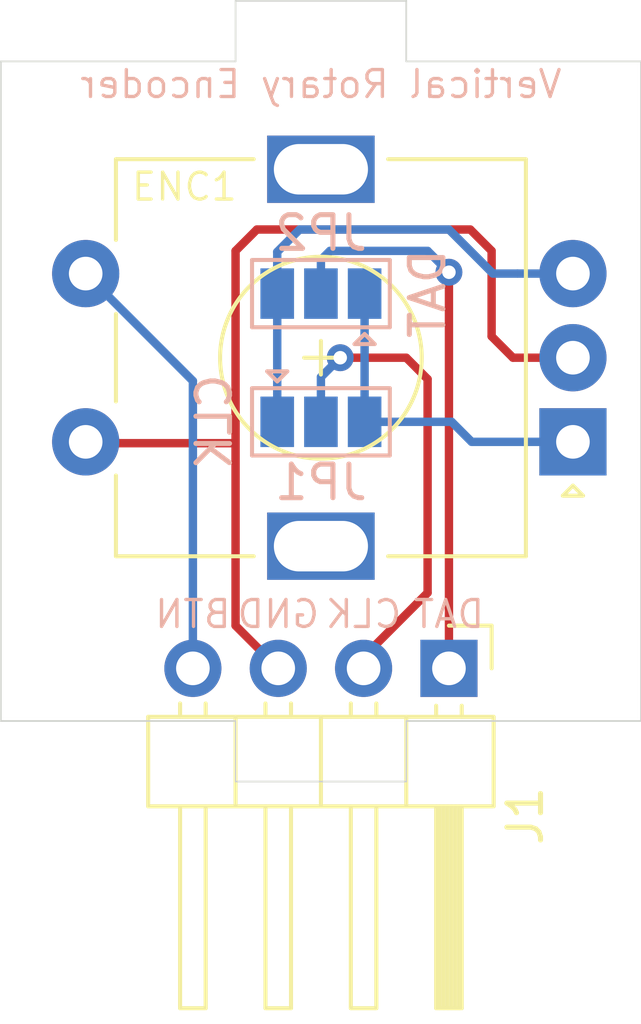
<source format=kicad_pcb>
(kicad_pcb (version 20171130) (host pcbnew "(5.1.8)-1")

  (general
    (thickness 1.6)
    (drawings 17)
    (tracks 38)
    (zones 0)
    (modules 4)
    (nets 7)
  )

  (page A4)
  (layers
    (0 F.Cu signal)
    (31 B.Cu signal)
    (32 B.Adhes user)
    (33 F.Adhes user)
    (34 B.Paste user)
    (35 F.Paste user)
    (36 B.SilkS user)
    (37 F.SilkS user)
    (38 B.Mask user)
    (39 F.Mask user)
    (40 Dwgs.User user)
    (41 Cmts.User user)
    (42 Eco1.User user)
    (43 Eco2.User user)
    (44 Edge.Cuts user)
    (45 Margin user)
    (46 B.CrtYd user)
    (47 F.CrtYd user)
    (48 B.Fab user)
    (49 F.Fab user)
  )

  (setup
    (last_trace_width 0.25)
    (trace_clearance 0.2)
    (zone_clearance 0.508)
    (zone_45_only no)
    (trace_min 0.2)
    (via_size 0.8)
    (via_drill 0.4)
    (via_min_size 0.4)
    (via_min_drill 0.3)
    (uvia_size 0.3)
    (uvia_drill 0.1)
    (uvias_allowed no)
    (uvia_min_size 0.2)
    (uvia_min_drill 0.1)
    (edge_width 0.05)
    (segment_width 0.2)
    (pcb_text_width 0.3)
    (pcb_text_size 1.5 1.5)
    (mod_edge_width 0.12)
    (mod_text_size 1 1)
    (mod_text_width 0.15)
    (pad_size 1.524 1.524)
    (pad_drill 0.762)
    (pad_to_mask_clearance 0)
    (aux_axis_origin 0 0)
    (grid_origin 141.09 121.579)
    (visible_elements 7FFFFFFF)
    (pcbplotparams
      (layerselection 0x011fc_ffffffff)
      (usegerberextensions true)
      (usegerberattributes false)
      (usegerberadvancedattributes false)
      (creategerberjobfile false)
      (excludeedgelayer true)
      (linewidth 0.100000)
      (plotframeref false)
      (viasonmask false)
      (mode 1)
      (useauxorigin false)
      (hpglpennumber 1)
      (hpglpenspeed 20)
      (hpglpendiameter 15.000000)
      (psnegative false)
      (psa4output false)
      (plotreference true)
      (plotvalue true)
      (plotinvisibletext false)
      (padsonsilk false)
      (subtractmaskfromsilk false)
      (outputformat 1)
      (mirror false)
      (drillshape 0)
      (scaleselection 1)
      (outputdirectory "export/"))
  )

  (net 0 "")
  (net 1 /GND)
  (net 2 DAT)
  (net 3 CLK)
  (net 4 BTN)
  (net 5 /B)
  (net 6 /A)

  (net_class Default "This is the default net class."
    (clearance 0.2)
    (trace_width 0.25)
    (via_dia 0.8)
    (via_drill 0.4)
    (uvia_dia 0.3)
    (uvia_drill 0.1)
    (add_net /A)
    (add_net /B)
    (add_net /GND)
    (add_net BTN)
    (add_net CLK)
    (add_net DAT)
  )

  (module Jumper:SolderJumper-3_P1.3mm_Open_Pad1.0x1.5mm (layer B.Cu) (tedit 5A3F8BB2) (tstamp 620DB78B)
    (at 141.09 119.674 180)
    (descr "SMD Solder 3-pad Jumper, 1x1.5mm Pads, 0.3mm gap, open")
    (tags "solder jumper open")
    (path /6210F04F)
    (attr virtual)
    (fp_text reference JP2 (at 0 1.8) (layer B.SilkS)
      (effects (font (size 1 1) (thickness 0.15)) (justify mirror))
    )
    (fp_text value DAT (at -3.175 0 270) (layer B.SilkS)
      (effects (font (size 1 1) (thickness 0.15)) (justify mirror))
    )
    (fp_line (start 2.3 -1.25) (end -2.3 -1.25) (layer B.CrtYd) (width 0.05))
    (fp_line (start 2.3 -1.25) (end 2.3 1.25) (layer B.CrtYd) (width 0.05))
    (fp_line (start -2.3 1.25) (end -2.3 -1.25) (layer B.CrtYd) (width 0.05))
    (fp_line (start -2.3 1.25) (end 2.3 1.25) (layer B.CrtYd) (width 0.05))
    (fp_line (start -2.05 1) (end 2.05 1) (layer B.SilkS) (width 0.12))
    (fp_line (start 2.05 1) (end 2.05 -1) (layer B.SilkS) (width 0.12))
    (fp_line (start 2.05 -1) (end -2.05 -1) (layer B.SilkS) (width 0.12))
    (fp_line (start -2.05 -1) (end -2.05 1) (layer B.SilkS) (width 0.12))
    (fp_line (start -1.3 -1.2) (end -1.6 -1.5) (layer B.SilkS) (width 0.12))
    (fp_line (start -1.6 -1.5) (end -1 -1.5) (layer B.SilkS) (width 0.12))
    (fp_line (start -1.3 -1.2) (end -1 -1.5) (layer B.SilkS) (width 0.12))
    (pad 1 smd rect (at -1.3 0 180) (size 1 1.5) (layers B.Cu B.Mask)
      (net 6 /A))
    (pad 2 smd rect (at 0 0 180) (size 1 1.5) (layers B.Cu B.Mask)
      (net 2 DAT))
    (pad 3 smd rect (at 1.3 0 180) (size 1 1.5) (layers B.Cu B.Mask)
      (net 5 /B))
  )

  (module Rotary_Encoder:RotaryEncoder_Alps_EC11E-Switch_Vertical_H20mm (layer F.Cu) (tedit 5A74C8CB) (tstamp 620DA95E)
    (at 148.59 124.079 180)
    (descr "Alps rotary encoder, EC12E... with switch, vertical shaft, http://www.alps.com/prod/info/E/HTML/Encoder/Incremental/EC11/EC11E15204A3.html")
    (tags "rotary encoder")
    (path /620DA106)
    (fp_text reference ENC1 (at 11.564 7.58 180) (layer F.SilkS)
      (effects (font (size 0.8 0.8) (thickness 0.1)))
    )
    (fp_text value Rotary_Encoder_Switch (at 7.5 10.4) (layer F.Fab)
      (effects (font (size 1 1) (thickness 0.15)))
    )
    (fp_line (start 7 2.5) (end 8 2.5) (layer F.SilkS) (width 0.12))
    (fp_line (start 7.5 2) (end 7.5 3) (layer F.SilkS) (width 0.12))
    (fp_line (start 13.6 6) (end 13.6 8.4) (layer F.SilkS) (width 0.12))
    (fp_line (start 13.6 1.2) (end 13.6 3.8) (layer F.SilkS) (width 0.12))
    (fp_line (start 13.6 -3.4) (end 13.6 -1) (layer F.SilkS) (width 0.12))
    (fp_line (start 4.5 2.5) (end 10.5 2.5) (layer F.Fab) (width 0.12))
    (fp_line (start 7.5 -0.5) (end 7.5 5.5) (layer F.Fab) (width 0.12))
    (fp_line (start 0.3 -1.6) (end 0 -1.3) (layer F.SilkS) (width 0.12))
    (fp_line (start -0.3 -1.6) (end 0.3 -1.6) (layer F.SilkS) (width 0.12))
    (fp_line (start 0 -1.3) (end -0.3 -1.6) (layer F.SilkS) (width 0.12))
    (fp_line (start 1.4 -3.4) (end 1.4 8.4) (layer F.SilkS) (width 0.12))
    (fp_line (start 5.5 -3.4) (end 1.4 -3.4) (layer F.SilkS) (width 0.12))
    (fp_line (start 5.5 8.4) (end 1.4 8.4) (layer F.SilkS) (width 0.12))
    (fp_line (start 13.6 8.4) (end 9.5 8.4) (layer F.SilkS) (width 0.12))
    (fp_line (start 9.5 -3.4) (end 13.6 -3.4) (layer F.SilkS) (width 0.12))
    (fp_line (start 1.5 -2.2) (end 2.5 -3.3) (layer F.Fab) (width 0.12))
    (fp_line (start 1.5 8.3) (end 1.5 -2.2) (layer F.Fab) (width 0.12))
    (fp_line (start 13.5 8.3) (end 1.5 8.3) (layer F.Fab) (width 0.12))
    (fp_line (start 13.5 -3.3) (end 13.5 8.3) (layer F.Fab) (width 0.12))
    (fp_line (start 2.5 -3.3) (end 13.5 -3.3) (layer F.Fab) (width 0.12))
    (fp_line (start -1.5 -4.6) (end 16 -4.6) (layer F.CrtYd) (width 0.05))
    (fp_line (start -1.5 -4.6) (end -1.5 9.6) (layer F.CrtYd) (width 0.05))
    (fp_line (start 16 9.6) (end 16 -4.6) (layer F.CrtYd) (width 0.05))
    (fp_line (start 16 9.6) (end -1.5 9.6) (layer F.CrtYd) (width 0.05))
    (fp_circle (center 7.5 2.5) (end 10.5 2.5) (layer F.SilkS) (width 0.12))
    (fp_circle (center 7.5 2.5) (end 10.5 2.5) (layer F.Fab) (width 0.12))
    (fp_text user %R (at 11.945 7.58) (layer F.Fab)
      (effects (font (size 1 1) (thickness 0.15)))
    )
    (pad S1 thru_hole circle (at 14.5 5 180) (size 2 2) (drill 1) (layers *.Cu *.Mask)
      (net 4 BTN))
    (pad S2 thru_hole circle (at 14.5 0 180) (size 2 2) (drill 1) (layers *.Cu *.Mask)
      (net 1 /GND))
    (pad MP thru_hole rect (at 7.5 8.1 180) (size 3.2 2) (drill oval 2.8 1.5) (layers *.Cu *.Mask))
    (pad MP thru_hole rect (at 7.5 -3.1 180) (size 3.2 2) (drill oval 2.8 1.5) (layers *.Cu *.Mask))
    (pad B thru_hole circle (at 0 5 180) (size 2 2) (drill 1) (layers *.Cu *.Mask)
      (net 5 /B))
    (pad C thru_hole circle (at 0 2.5 180) (size 2 2) (drill 1) (layers *.Cu *.Mask)
      (net 1 /GND))
    (pad A thru_hole rect (at 0 0 180) (size 2 2) (drill 1) (layers *.Cu *.Mask)
      (net 6 /A))
    (model ${KISYS3DMOD}/Rotary_Encoder.3dshapes/RotaryEncoder_Alps_EC11E-Switch_Vertical_H20mm.wrl
      (at (xyz 0 0 0))
      (scale (xyz 1 1 1))
      (rotate (xyz 0 0 0))
    )
  )

  (module Jumper:SolderJumper-3_P1.3mm_Open_Pad1.0x1.5mm (layer B.Cu) (tedit 5A3F8BB2) (tstamp 620DB779)
    (at 141.09 123.484)
    (descr "SMD Solder 3-pad Jumper, 1x1.5mm Pads, 0.3mm gap, open")
    (tags "solder jumper open")
    (path /620E742C)
    (attr virtual)
    (fp_text reference JP1 (at 0 1.8) (layer B.SilkS)
      (effects (font (size 1 1) (thickness 0.15)) (justify mirror))
    )
    (fp_text value CLK (at -3.175 0 90) (layer B.SilkS)
      (effects (font (size 1 1) (thickness 0.15)) (justify mirror))
    )
    (fp_line (start -1.3 -1.2) (end -1 -1.5) (layer B.SilkS) (width 0.12))
    (fp_line (start -1.6 -1.5) (end -1 -1.5) (layer B.SilkS) (width 0.12))
    (fp_line (start -1.3 -1.2) (end -1.6 -1.5) (layer B.SilkS) (width 0.12))
    (fp_line (start -2.05 -1) (end -2.05 1) (layer B.SilkS) (width 0.12))
    (fp_line (start 2.05 -1) (end -2.05 -1) (layer B.SilkS) (width 0.12))
    (fp_line (start 2.05 1) (end 2.05 -1) (layer B.SilkS) (width 0.12))
    (fp_line (start -2.05 1) (end 2.05 1) (layer B.SilkS) (width 0.12))
    (fp_line (start -2.3 1.25) (end 2.3 1.25) (layer B.CrtYd) (width 0.05))
    (fp_line (start -2.3 1.25) (end -2.3 -1.25) (layer B.CrtYd) (width 0.05))
    (fp_line (start 2.3 -1.25) (end 2.3 1.25) (layer B.CrtYd) (width 0.05))
    (fp_line (start 2.3 -1.25) (end -2.3 -1.25) (layer B.CrtYd) (width 0.05))
    (pad 3 smd rect (at 1.3 0) (size 1 1.5) (layers B.Cu B.Mask)
      (net 6 /A))
    (pad 2 smd rect (at 0 0) (size 1 1.5) (layers B.Cu B.Mask)
      (net 3 CLK))
    (pad 1 smd rect (at -1.3 0) (size 1 1.5) (layers B.Cu B.Mask)
      (net 5 /B))
  )

  (module Connector_PinHeader_2.54mm:PinHeader_1x04_P2.54mm_Horizontal (layer F.Cu) (tedit 59FED5CB) (tstamp 620ECBF5)
    (at 144.9 130.81 270)
    (descr "Through hole angled pin header, 1x04, 2.54mm pitch, 6mm pin length, single row")
    (tags "Through hole angled pin header THT 1x04 2.54mm single row")
    (path /620DC68C)
    (fp_text reference J1 (at 4.385 -2.27 90) (layer F.SilkS)
      (effects (font (size 1 1) (thickness 0.15)))
    )
    (fp_text value Conn_01x04 (at 4.385 9.89 90) (layer F.Fab)
      (effects (font (size 1 1) (thickness 0.15)))
    )
    (fp_line (start 2.135 -1.27) (end 4.04 -1.27) (layer F.Fab) (width 0.1))
    (fp_line (start 4.04 -1.27) (end 4.04 8.89) (layer F.Fab) (width 0.1))
    (fp_line (start 4.04 8.89) (end 1.5 8.89) (layer F.Fab) (width 0.1))
    (fp_line (start 1.5 8.89) (end 1.5 -0.635) (layer F.Fab) (width 0.1))
    (fp_line (start 1.5 -0.635) (end 2.135 -1.27) (layer F.Fab) (width 0.1))
    (fp_line (start -0.32 -0.32) (end 1.5 -0.32) (layer F.Fab) (width 0.1))
    (fp_line (start -0.32 -0.32) (end -0.32 0.32) (layer F.Fab) (width 0.1))
    (fp_line (start -0.32 0.32) (end 1.5 0.32) (layer F.Fab) (width 0.1))
    (fp_line (start 4.04 -0.32) (end 10.04 -0.32) (layer F.Fab) (width 0.1))
    (fp_line (start 10.04 -0.32) (end 10.04 0.32) (layer F.Fab) (width 0.1))
    (fp_line (start 4.04 0.32) (end 10.04 0.32) (layer F.Fab) (width 0.1))
    (fp_line (start -0.32 2.22) (end 1.5 2.22) (layer F.Fab) (width 0.1))
    (fp_line (start -0.32 2.22) (end -0.32 2.86) (layer F.Fab) (width 0.1))
    (fp_line (start -0.32 2.86) (end 1.5 2.86) (layer F.Fab) (width 0.1))
    (fp_line (start 4.04 2.22) (end 10.04 2.22) (layer F.Fab) (width 0.1))
    (fp_line (start 10.04 2.22) (end 10.04 2.86) (layer F.Fab) (width 0.1))
    (fp_line (start 4.04 2.86) (end 10.04 2.86) (layer F.Fab) (width 0.1))
    (fp_line (start -0.32 4.76) (end 1.5 4.76) (layer F.Fab) (width 0.1))
    (fp_line (start -0.32 4.76) (end -0.32 5.4) (layer F.Fab) (width 0.1))
    (fp_line (start -0.32 5.4) (end 1.5 5.4) (layer F.Fab) (width 0.1))
    (fp_line (start 4.04 4.76) (end 10.04 4.76) (layer F.Fab) (width 0.1))
    (fp_line (start 10.04 4.76) (end 10.04 5.4) (layer F.Fab) (width 0.1))
    (fp_line (start 4.04 5.4) (end 10.04 5.4) (layer F.Fab) (width 0.1))
    (fp_line (start -0.32 7.3) (end 1.5 7.3) (layer F.Fab) (width 0.1))
    (fp_line (start -0.32 7.3) (end -0.32 7.94) (layer F.Fab) (width 0.1))
    (fp_line (start -0.32 7.94) (end 1.5 7.94) (layer F.Fab) (width 0.1))
    (fp_line (start 4.04 7.3) (end 10.04 7.3) (layer F.Fab) (width 0.1))
    (fp_line (start 10.04 7.3) (end 10.04 7.94) (layer F.Fab) (width 0.1))
    (fp_line (start 4.04 7.94) (end 10.04 7.94) (layer F.Fab) (width 0.1))
    (fp_line (start 1.44 -1.33) (end 1.44 8.95) (layer F.SilkS) (width 0.12))
    (fp_line (start 1.44 8.95) (end 4.1 8.95) (layer F.SilkS) (width 0.12))
    (fp_line (start 4.1 8.95) (end 4.1 -1.33) (layer F.SilkS) (width 0.12))
    (fp_line (start 4.1 -1.33) (end 1.44 -1.33) (layer F.SilkS) (width 0.12))
    (fp_line (start 4.1 -0.38) (end 10.1 -0.38) (layer F.SilkS) (width 0.12))
    (fp_line (start 10.1 -0.38) (end 10.1 0.38) (layer F.SilkS) (width 0.12))
    (fp_line (start 10.1 0.38) (end 4.1 0.38) (layer F.SilkS) (width 0.12))
    (fp_line (start 4.1 -0.32) (end 10.1 -0.32) (layer F.SilkS) (width 0.12))
    (fp_line (start 4.1 -0.2) (end 10.1 -0.2) (layer F.SilkS) (width 0.12))
    (fp_line (start 4.1 -0.08) (end 10.1 -0.08) (layer F.SilkS) (width 0.12))
    (fp_line (start 4.1 0.04) (end 10.1 0.04) (layer F.SilkS) (width 0.12))
    (fp_line (start 4.1 0.16) (end 10.1 0.16) (layer F.SilkS) (width 0.12))
    (fp_line (start 4.1 0.28) (end 10.1 0.28) (layer F.SilkS) (width 0.12))
    (fp_line (start 1.11 -0.38) (end 1.44 -0.38) (layer F.SilkS) (width 0.12))
    (fp_line (start 1.11 0.38) (end 1.44 0.38) (layer F.SilkS) (width 0.12))
    (fp_line (start 1.44 1.27) (end 4.1 1.27) (layer F.SilkS) (width 0.12))
    (fp_line (start 4.1 2.16) (end 10.1 2.16) (layer F.SilkS) (width 0.12))
    (fp_line (start 10.1 2.16) (end 10.1 2.92) (layer F.SilkS) (width 0.12))
    (fp_line (start 10.1 2.92) (end 4.1 2.92) (layer F.SilkS) (width 0.12))
    (fp_line (start 1.042929 2.16) (end 1.44 2.16) (layer F.SilkS) (width 0.12))
    (fp_line (start 1.042929 2.92) (end 1.44 2.92) (layer F.SilkS) (width 0.12))
    (fp_line (start 1.44 3.81) (end 4.1 3.81) (layer F.SilkS) (width 0.12))
    (fp_line (start 4.1 4.7) (end 10.1 4.7) (layer F.SilkS) (width 0.12))
    (fp_line (start 10.1 4.7) (end 10.1 5.46) (layer F.SilkS) (width 0.12))
    (fp_line (start 10.1 5.46) (end 4.1 5.46) (layer F.SilkS) (width 0.12))
    (fp_line (start 1.042929 4.7) (end 1.44 4.7) (layer F.SilkS) (width 0.12))
    (fp_line (start 1.042929 5.46) (end 1.44 5.46) (layer F.SilkS) (width 0.12))
    (fp_line (start 1.44 6.35) (end 4.1 6.35) (layer F.SilkS) (width 0.12))
    (fp_line (start 4.1 7.24) (end 10.1 7.24) (layer F.SilkS) (width 0.12))
    (fp_line (start 10.1 7.24) (end 10.1 8) (layer F.SilkS) (width 0.12))
    (fp_line (start 10.1 8) (end 4.1 8) (layer F.SilkS) (width 0.12))
    (fp_line (start 1.042929 7.24) (end 1.44 7.24) (layer F.SilkS) (width 0.12))
    (fp_line (start 1.042929 8) (end 1.44 8) (layer F.SilkS) (width 0.12))
    (fp_line (start -1.27 0) (end -1.27 -1.27) (layer F.SilkS) (width 0.12))
    (fp_line (start -1.27 -1.27) (end 0 -1.27) (layer F.SilkS) (width 0.12))
    (fp_line (start -1.8 -1.8) (end -1.8 9.4) (layer F.CrtYd) (width 0.05))
    (fp_line (start -1.8 9.4) (end 10.55 9.4) (layer F.CrtYd) (width 0.05))
    (fp_line (start 10.55 9.4) (end 10.55 -1.8) (layer F.CrtYd) (width 0.05))
    (fp_line (start 10.55 -1.8) (end -1.8 -1.8) (layer F.CrtYd) (width 0.05))
    (fp_text user %R (at 2.77 3.81) (layer F.Fab)
      (effects (font (size 1 1) (thickness 0.15)))
    )
    (pad 1 thru_hole rect (at 0 0 270) (size 1.7 1.7) (drill 1) (layers *.Cu *.Mask)
      (net 2 DAT))
    (pad 2 thru_hole oval (at 0 2.54 270) (size 1.7 1.7) (drill 1) (layers *.Cu *.Mask)
      (net 3 CLK))
    (pad 3 thru_hole oval (at 0 5.08 270) (size 1.7 1.7) (drill 1) (layers *.Cu *.Mask)
      (net 1 /GND))
    (pad 4 thru_hole oval (at 0 7.62 270) (size 1.7 1.7) (drill 1) (layers *.Cu *.Mask)
      (net 4 BTN))
    (model ${KISYS3DMOD}/Connector_PinHeader_2.54mm.3dshapes/PinHeader_1x04_P2.54mm_Horizontal.wrl
      (at (xyz 0 0 0))
      (scale (xyz 1 1 1))
      (rotate (xyz 0 0 0))
    )
  )

  (gr_text BTN (at 137.28 129.199) (layer B.SilkS) (tstamp 620ECD4F)
    (effects (font (size 0.8 0.8) (thickness 0.1)) (justify mirror))
  )
  (gr_text GND (at 139.82 129.199) (layer B.SilkS) (tstamp 620ECD4F)
    (effects (font (size 0.8 0.8) (thickness 0.1)) (justify mirror))
  )
  (gr_text CLK (at 142.36 129.199) (layer B.SilkS) (tstamp 620ECD4F)
    (effects (font (size 0.8 0.8) (thickness 0.1)) (justify mirror))
  )
  (gr_text DAT (at 144.9 129.199) (layer B.SilkS)
    (effects (font (size 0.8 0.8) (thickness 0.1)) (justify mirror))
  )
  (gr_text "Vertical Rotary Encoder" (at 141.09 113.451) (layer B.SilkS)
    (effects (font (size 0.8 0.8) (thickness 0.1)) (justify mirror))
  )
  (gr_line (start 138.55 132.374) (end 138.55 134.174) (layer Edge.Cuts) (width 0.05) (tstamp 620DB28F))
  (gr_line (start 143.63 132.374) (end 143.63 134.174) (layer Edge.Cuts) (width 0.05) (tstamp 620DB28E))
  (gr_line (start 138.55 134.174) (end 143.63 134.174) (layer Edge.Cuts) (width 0.05) (tstamp 620DB28D))
  (gr_line (start 143.63 112.774) (end 150.615 112.774) (layer Edge.Cuts) (width 0.05) (tstamp 620DB28C))
  (gr_line (start 143.63 110.974) (end 138.55 110.974) (layer Edge.Cuts) (width 0.05))
  (gr_line (start 143.63 112.774) (end 143.63 110.974) (layer Edge.Cuts) (width 0.05) (tstamp 620DB27E))
  (gr_line (start 138.55 112.774) (end 138.55 110.974) (layer Edge.Cuts) (width 0.05) (tstamp 620DB27E))
  (gr_line (start 131.565 112.774) (end 138.55 112.774) (layer Edge.Cuts) (width 0.05) (tstamp 620DB21B))
  (gr_line (start 131.565 132.374) (end 138.55 132.374) (layer Edge.Cuts) (width 0.05) (tstamp 620DB217))
  (gr_line (start 131.565 112.774) (end 131.565 132.374) (layer Edge.Cuts) (width 0.05))
  (gr_line (start 150.615 132.374) (end 150.615 112.774) (layer Edge.Cuts) (width 0.05))
  (gr_line (start 143.63 132.374) (end 150.615 132.374) (layer Edge.Cuts) (width 0.05))

  (segment (start 139.82 130.81) (end 138.55 129.54) (width 0.25) (layer F.Cu) (net 1) (status 10))
  (segment (start 138.55 129.54) (end 138.55 124.119) (width 0.25) (layer F.Cu) (net 1))
  (segment (start 134.13 124.119) (end 134.09 124.079) (width 0.25) (layer F.Cu) (net 1) (status 30))
  (segment (start 138.55 124.119) (end 134.13 124.119) (width 0.25) (layer F.Cu) (net 1) (status 20))
  (segment (start 146.17 120.944) (end 146.805 121.579) (width 0.25) (layer F.Cu) (net 1))
  (segment (start 146.17 118.404) (end 146.17 120.944) (width 0.25) (layer F.Cu) (net 1))
  (segment (start 139.185 117.769) (end 145.535 117.769) (width 0.25) (layer F.Cu) (net 1))
  (segment (start 146.805 121.579) (end 148.59 121.579) (width 0.25) (layer F.Cu) (net 1) (status 20))
  (segment (start 138.55 118.404) (end 139.185 117.769) (width 0.25) (layer F.Cu) (net 1))
  (segment (start 145.535 117.769) (end 146.17 118.404) (width 0.25) (layer F.Cu) (net 1))
  (segment (start 138.55 124.119) (end 138.55 118.404) (width 0.25) (layer F.Cu) (net 1))
  (via (at 144.9 119.039) (size 0.8) (drill 0.4) (layers F.Cu B.Cu) (net 2))
  (segment (start 144.9 119.039) (end 144.9 130.81) (width 0.25) (layer F.Cu) (net 2) (status 20))
  (segment (start 144.265 118.404) (end 144.9 119.039) (width 0.25) (layer B.Cu) (net 2))
  (segment (start 141.36 118.404) (end 144.265 118.404) (width 0.25) (layer B.Cu) (net 2))
  (segment (start 141.09 118.674) (end 141.36 118.404) (width 0.25) (layer B.Cu) (net 2))
  (segment (start 141.09 119.674) (end 141.09 118.674) (width 0.25) (layer B.Cu) (net 2))
  (via (at 141.665 121.579) (size 0.8) (drill 0.4) (layers F.Cu B.Cu) (net 3))
  (segment (start 141.09 122.154) (end 141.665 121.579) (width 0.25) (layer B.Cu) (net 3))
  (segment (start 141.09 123.484) (end 141.09 122.154) (width 0.25) (layer B.Cu) (net 3) (status 10))
  (segment (start 142.36 130.469) (end 142.36 130.81) (width 0.25) (layer F.Cu) (net 3) (status 30))
  (segment (start 144.265 128.564) (end 142.36 130.469) (width 0.25) (layer F.Cu) (net 3) (status 20))
  (segment (start 144.265 122.214) (end 144.265 128.564) (width 0.25) (layer F.Cu) (net 3))
  (segment (start 143.63 121.579) (end 144.265 122.214) (width 0.25) (layer F.Cu) (net 3))
  (segment (start 141.665 121.579) (end 143.63 121.579) (width 0.25) (layer F.Cu) (net 3))
  (segment (start 137.28 122.269) (end 134.09 119.079) (width 0.25) (layer B.Cu) (net 4) (status 20))
  (segment (start 137.28 130.81) (end 137.28 122.269) (width 0.25) (layer B.Cu) (net 4) (status 10))
  (segment (start 148.59 119.079) (end 146.939998 119.079) (width 0.25) (layer B.Cu) (net 5) (status 10))
  (segment (start 139.79 119.674) (end 139.79 123.484) (width 0.25) (layer B.Cu) (net 5))
  (segment (start 139.79 119.674) (end 139.79 118.434) (width 0.25) (layer B.Cu) (net 5))
  (segment (start 139.79 118.434) (end 140.455 117.769) (width 0.25) (layer B.Cu) (net 5))
  (segment (start 140.455 117.769) (end 144.9 117.769) (width 0.25) (layer B.Cu) (net 5))
  (segment (start 146.21 119.079) (end 146.939998 119.079) (width 0.25) (layer B.Cu) (net 5))
  (segment (start 144.9 117.769) (end 146.21 119.079) (width 0.25) (layer B.Cu) (net 5))
  (segment (start 145.575 124.079) (end 148.59 124.079) (width 0.25) (layer B.Cu) (net 6) (status 20))
  (segment (start 142.39 123.484) (end 142.39 119.674) (width 0.25) (layer B.Cu) (net 6))
  (segment (start 144.98 123.484) (end 145.575 124.079) (width 0.25) (layer B.Cu) (net 6))
  (segment (start 142.39 123.484) (end 144.98 123.484) (width 0.25) (layer B.Cu) (net 6))

)

</source>
